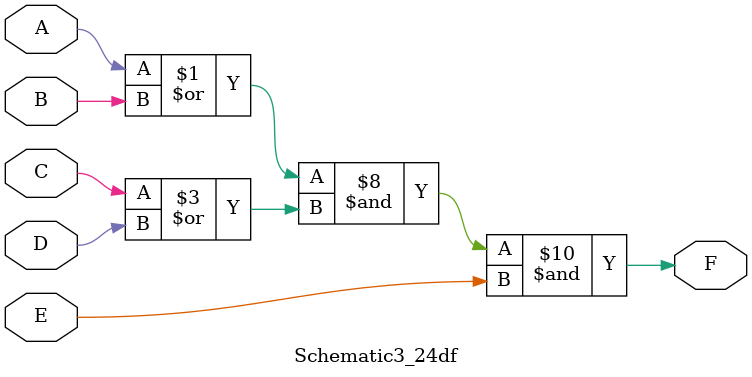
<source format=v>
/* Author: Michalis Papadopoullos (031 14702)
 * Exercise 5
 * Implementation of schematic 3.24 (dataflow) - (Morris Mano 5e)
 */

module Schematic3_24df (F, A, B, C, D, E);
    output F;
    input A, B, C, D, E;
    wire w1, w2, w3;
    assign w1 = ~(A | B);
    assign w2 = ~(C | D);
    assign w3 = ~E;
    assign F = (~w1) & (~w2) & (~w3);

endmodule

</source>
